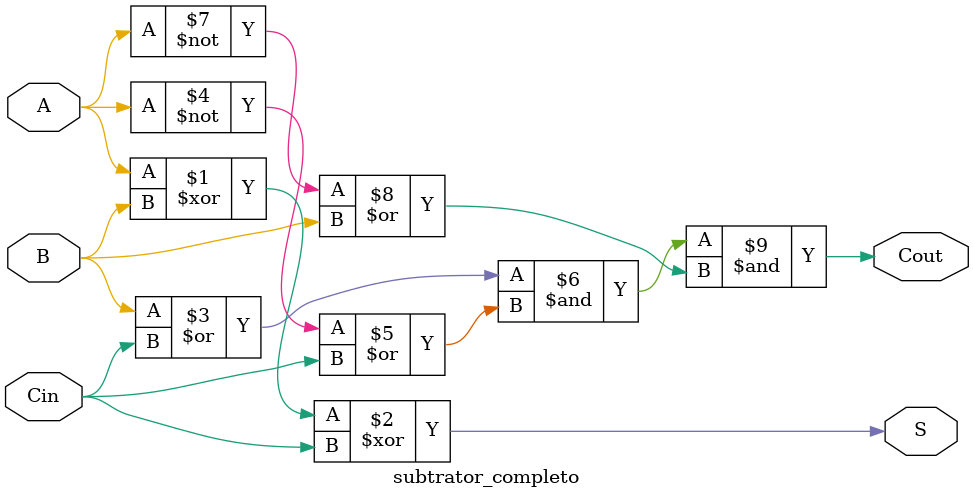
<source format=v>
module  subtrator_completo (
    A, B, S, Cin, Cout
);
    input   A, B, Cin;
    output  S, Cout;

    assign S = A ^ B ^ Cin;
    assign Cout = (B | Cin) & (~A | Cin) & (~A | B);   
    
endmodule
</source>
